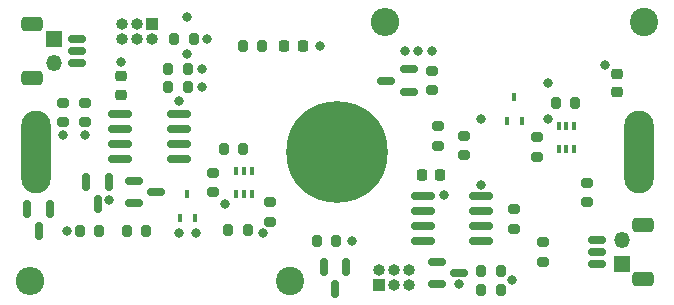
<source format=gbr>
%TF.GenerationSoftware,KiCad,Pcbnew,7.0.6-0*%
%TF.CreationDate,2024-05-28T13:41:10+12:00*%
%TF.ProjectId,BMSladderLeaf,424d536c-6164-4646-9572-4c6561662e6b,rev?*%
%TF.SameCoordinates,Original*%
%TF.FileFunction,Soldermask,Top*%
%TF.FilePolarity,Negative*%
%FSLAX46Y46*%
G04 Gerber Fmt 4.6, Leading zero omitted, Abs format (unit mm)*
G04 Created by KiCad (PCBNEW 7.0.6-0) date 2024-05-28 13:41:10*
%MOMM*%
%LPD*%
G01*
G04 APERTURE LIST*
G04 Aperture macros list*
%AMRoundRect*
0 Rectangle with rounded corners*
0 $1 Rounding radius*
0 $2 $3 $4 $5 $6 $7 $8 $9 X,Y pos of 4 corners*
0 Add a 4 corners polygon primitive as box body*
4,1,4,$2,$3,$4,$5,$6,$7,$8,$9,$2,$3,0*
0 Add four circle primitives for the rounded corners*
1,1,$1+$1,$2,$3*
1,1,$1+$1,$4,$5*
1,1,$1+$1,$6,$7*
1,1,$1+$1,$8,$9*
0 Add four rect primitives between the rounded corners*
20,1,$1+$1,$2,$3,$4,$5,0*
20,1,$1+$1,$4,$5,$6,$7,0*
20,1,$1+$1,$6,$7,$8,$9,0*
20,1,$1+$1,$8,$9,$2,$3,0*%
G04 Aperture macros list end*
%ADD10RoundRect,0.225000X0.250000X-0.225000X0.250000X0.225000X-0.250000X0.225000X-0.250000X-0.225000X0*%
%ADD11R,0.450000X0.700000*%
%ADD12O,2.500000X7.000000*%
%ADD13R,0.400000X0.650000*%
%ADD14RoundRect,0.150000X-0.150000X0.587500X-0.150000X-0.587500X0.150000X-0.587500X0.150000X0.587500X0*%
%ADD15RoundRect,0.200000X-0.200000X-0.275000X0.200000X-0.275000X0.200000X0.275000X-0.200000X0.275000X0*%
%ADD16RoundRect,0.200000X0.200000X0.275000X-0.200000X0.275000X-0.200000X-0.275000X0.200000X-0.275000X0*%
%ADD17RoundRect,0.200000X-0.275000X0.200000X-0.275000X-0.200000X0.275000X-0.200000X0.275000X0.200000X0*%
%ADD18RoundRect,0.150000X-0.825000X-0.150000X0.825000X-0.150000X0.825000X0.150000X-0.825000X0.150000X0*%
%ADD19R,1.000000X1.000000*%
%ADD20O,1.000000X1.000000*%
%ADD21RoundRect,0.218750X-0.218750X-0.256250X0.218750X-0.256250X0.218750X0.256250X-0.218750X0.256250X0*%
%ADD22C,2.400000*%
%ADD23O,2.400000X2.400000*%
%ADD24RoundRect,0.150000X-0.625000X0.150000X-0.625000X-0.150000X0.625000X-0.150000X0.625000X0.150000X0*%
%ADD25RoundRect,0.250000X-0.650000X0.350000X-0.650000X-0.350000X0.650000X-0.350000X0.650000X0.350000X0*%
%ADD26RoundRect,0.200000X0.275000X-0.200000X0.275000X0.200000X-0.275000X0.200000X-0.275000X-0.200000X0*%
%ADD27RoundRect,0.150000X-0.587500X-0.150000X0.587500X-0.150000X0.587500X0.150000X-0.587500X0.150000X0*%
%ADD28RoundRect,0.225000X-0.225000X-0.250000X0.225000X-0.250000X0.225000X0.250000X-0.225000X0.250000X0*%
%ADD29RoundRect,0.150000X0.587500X0.150000X-0.587500X0.150000X-0.587500X-0.150000X0.587500X-0.150000X0*%
%ADD30RoundRect,0.150000X0.625000X-0.150000X0.625000X0.150000X-0.625000X0.150000X-0.625000X-0.150000X0*%
%ADD31RoundRect,0.250000X0.650000X-0.350000X0.650000X0.350000X-0.650000X0.350000X-0.650000X-0.350000X0*%
%ADD32C,0.900000*%
%ADD33C,8.600000*%
%ADD34RoundRect,0.218750X0.256250X-0.218750X0.256250X0.218750X-0.256250X0.218750X-0.256250X-0.218750X0*%
%ADD35R,1.350000X1.350000*%
%ADD36O,1.350000X1.350000*%
%ADD37C,0.800000*%
G04 APERTURE END LIST*
D10*
%TO.C,C1*%
X24200000Y-108175000D03*
X24200000Y-106625000D03*
%TD*%
D11*
%TO.C,D2*%
X29150000Y-118600000D03*
X30450000Y-118600000D03*
X29800000Y-116600000D03*
%TD*%
D12*
%TO.C,H2*%
X17000000Y-113000000D03*
%TD*%
D13*
%TO.C,Q1*%
X35250000Y-114650000D03*
X34600000Y-114650000D03*
X33950000Y-114650000D03*
X33950000Y-116550000D03*
X34600000Y-116550000D03*
X35250000Y-116550000D03*
%TD*%
D14*
%TO.C,Q2*%
X18150000Y-117862500D03*
X16250000Y-117862500D03*
X17200000Y-119737500D03*
%TD*%
D15*
%TO.C,R1*%
X33275000Y-119600000D03*
X34925000Y-119600000D03*
%TD*%
D16*
%TO.C,R2*%
X30325000Y-103500000D03*
X28675000Y-103500000D03*
%TD*%
D15*
%TO.C,R4*%
X28175000Y-107500000D03*
X29825000Y-107500000D03*
%TD*%
D17*
%TO.C,R8*%
X32000000Y-114775000D03*
X32000000Y-116425000D03*
%TD*%
D16*
%TO.C,R9*%
X34525000Y-112800000D03*
X32875000Y-112800000D03*
%TD*%
%TO.C,R10*%
X26337500Y-119700000D03*
X24687500Y-119700000D03*
%TD*%
%TO.C,R11*%
X22325000Y-119700000D03*
X20675000Y-119700000D03*
%TD*%
D18*
%TO.C,U2*%
X24125000Y-109795000D03*
X24125000Y-111065000D03*
X24125000Y-112335000D03*
X24125000Y-113605000D03*
X29075000Y-113605000D03*
X29075000Y-112335000D03*
X29075000Y-111065000D03*
X29075000Y-109795000D03*
%TD*%
D19*
%TO.C,J5*%
X26770000Y-102230000D03*
D20*
X26770000Y-103500000D03*
X25500000Y-102230000D03*
X25500000Y-103500000D03*
X24230000Y-102230000D03*
X24230000Y-103500000D03*
%TD*%
D12*
%TO.C,H1*%
X68000000Y-113000000D03*
%TD*%
D14*
%TO.C,Q3*%
X23150000Y-115562500D03*
X21250000Y-115562500D03*
X22200000Y-117437500D03*
%TD*%
D17*
%TO.C,R12*%
X21100000Y-108862500D03*
X21100000Y-110512500D03*
%TD*%
%TO.C,R6*%
X36800000Y-117275000D03*
X36800000Y-118925000D03*
%TD*%
D21*
%TO.C,D1*%
X38012500Y-104100000D03*
X39587500Y-104100000D03*
%TD*%
D16*
%TO.C,R3*%
X29825000Y-106000000D03*
X28175000Y-106000000D03*
%TD*%
D22*
%TO.C,R7*%
X38500000Y-124000000D03*
D23*
X16500000Y-124000000D03*
%TD*%
D24*
%TO.C,J2*%
X20500000Y-103500000D03*
X20500000Y-104500000D03*
X20500000Y-105500000D03*
D25*
X16625000Y-102200000D03*
X16625000Y-106800000D03*
%TD*%
D26*
%TO.C,R13*%
X19300000Y-110525000D03*
X19300000Y-108875000D03*
%TD*%
D27*
%TO.C,U1*%
X25262500Y-115450000D03*
X25262500Y-117350000D03*
X27137500Y-116400000D03*
%TD*%
D15*
%TO.C,R5*%
X34475000Y-104100000D03*
X36125000Y-104100000D03*
%TD*%
D28*
%TO.C,C2*%
X49650000Y-115000000D03*
X51200000Y-115000000D03*
%TD*%
D18*
%TO.C,U4*%
X49725000Y-116795000D03*
X49725000Y-118065000D03*
X49725000Y-119335000D03*
X49725000Y-120605000D03*
X54675000Y-120605000D03*
X54675000Y-119335000D03*
X54675000Y-118065000D03*
X54675000Y-116795000D03*
%TD*%
D15*
%TO.C,R16*%
X54675000Y-123100000D03*
X56325000Y-123100000D03*
%TD*%
D22*
%TO.C,R20*%
X68500000Y-102000000D03*
D23*
X46500000Y-102000000D03*
%TD*%
D14*
%TO.C,Q6*%
X43250000Y-122762500D03*
X41350000Y-122762500D03*
X42300000Y-124637500D03*
%TD*%
D11*
%TO.C,D4*%
X56850000Y-110400000D03*
X58150000Y-110400000D03*
X57500000Y-108400000D03*
%TD*%
D13*
%TO.C,Q4*%
X62550000Y-110850000D03*
X61900000Y-110850000D03*
X61250000Y-110850000D03*
X61250000Y-112750000D03*
X61900000Y-112750000D03*
X62550000Y-112750000D03*
%TD*%
D26*
%TO.C,R24*%
X50500000Y-107825000D03*
X50500000Y-106175000D03*
%TD*%
%TO.C,R17*%
X59400000Y-113425000D03*
X59400000Y-111775000D03*
%TD*%
D16*
%TO.C,R15*%
X56325000Y-124700000D03*
X54675000Y-124700000D03*
%TD*%
D29*
%TO.C,Q5*%
X48537500Y-107950000D03*
X48537500Y-106050000D03*
X46662500Y-107000000D03*
%TD*%
D17*
%TO.C,R14*%
X53200000Y-111675000D03*
X53200000Y-113325000D03*
%TD*%
D30*
%TO.C,J8*%
X64500000Y-122500000D03*
X64500000Y-121500000D03*
X64500000Y-120500000D03*
D31*
X68375000Y-123800000D03*
X68375000Y-119200000D03*
%TD*%
D19*
%TO.C,J7*%
X46025000Y-124325000D03*
D20*
X46025000Y-123055000D03*
X47295000Y-124325000D03*
X47295000Y-123055000D03*
X48565000Y-124325000D03*
X48565000Y-123055000D03*
%TD*%
D32*
%TO.C,H4*%
X39275000Y-113000000D03*
X40219581Y-110719581D03*
X40219581Y-115280419D03*
X42500000Y-109775000D03*
D33*
X42500000Y-113000000D03*
D32*
X42500000Y-116225000D03*
X44780419Y-110719581D03*
X44780419Y-115280419D03*
X45725000Y-113000000D03*
%TD*%
D34*
%TO.C,D3*%
X66200000Y-107987500D03*
X66200000Y-106412500D03*
%TD*%
D17*
%TO.C,R22*%
X57500000Y-117875000D03*
X57500000Y-119525000D03*
%TD*%
D16*
%TO.C,R21*%
X62625000Y-108900000D03*
X60975000Y-108900000D03*
%TD*%
D15*
%TO.C,R25*%
X40775000Y-120600000D03*
X42425000Y-120600000D03*
%TD*%
D26*
%TO.C,R18*%
X63600000Y-117300000D03*
X63600000Y-115650000D03*
%TD*%
D27*
%TO.C,U3*%
X50962500Y-122350000D03*
X50962500Y-124250000D03*
X52837500Y-123300000D03*
%TD*%
D17*
%TO.C,R19*%
X59900000Y-120675000D03*
X59900000Y-122325000D03*
%TD*%
D26*
%TO.C,R23*%
X51000000Y-112525000D03*
X51000000Y-110875000D03*
%TD*%
D35*
%TO.C,J4*%
X18500000Y-103500000D03*
D36*
X18500000Y-105500000D03*
%TD*%
D35*
%TO.C,J6*%
X66600000Y-122500000D03*
D36*
X66600000Y-120500000D03*
%TD*%
D37*
X19600000Y-119700000D03*
X29100000Y-108700000D03*
X21100000Y-111600000D03*
X29100000Y-119900000D03*
X24200000Y-105400000D03*
X23200004Y-117100000D03*
X19300000Y-111599996D03*
X50500000Y-104500000D03*
X48200014Y-104500000D03*
X41000000Y-104100000D03*
X43700000Y-120600000D03*
X33000000Y-117400000D03*
X54700000Y-110200002D03*
X51500000Y-116700000D03*
X49299996Y-104500000D03*
X36200010Y-119900000D03*
X30500000Y-119900000D03*
X31500000Y-103500000D03*
X31000000Y-106000000D03*
X31000000Y-107500000D03*
X54700000Y-115800000D03*
X29800000Y-101600000D03*
X29800000Y-104700000D03*
X52800000Y-124200000D03*
X57300004Y-123900000D03*
X60300006Y-107200000D03*
X65200000Y-105700000D03*
X60300000Y-110200002D03*
M02*

</source>
